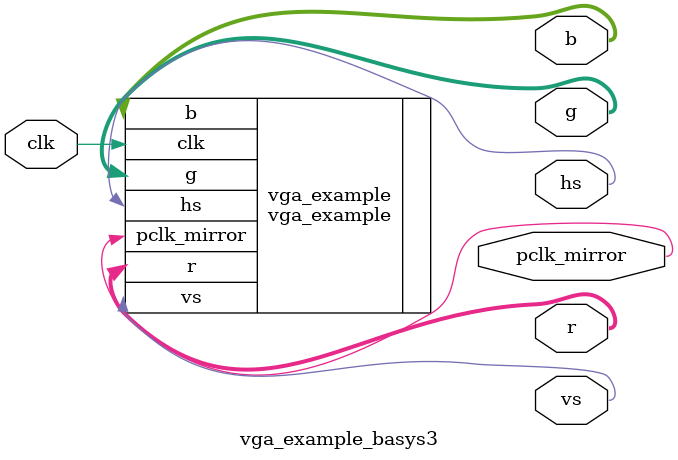
<source format=sv>
`timescale 1 ns / 1 ps

module vga_example_basys3 (
    input  logic clk,
    output logic vs,
    output logic hs,
    output logic [3:0] r,
    output logic [3:0] g,
    output logic [3:0] b,
    output logic pclk_mirror
);

    vga_example vga_example (
        .clk,
        .vs,
        .hs,
        .r,
        .g,
        .b,
        .pclk_mirror
    );

endmodule

</source>
